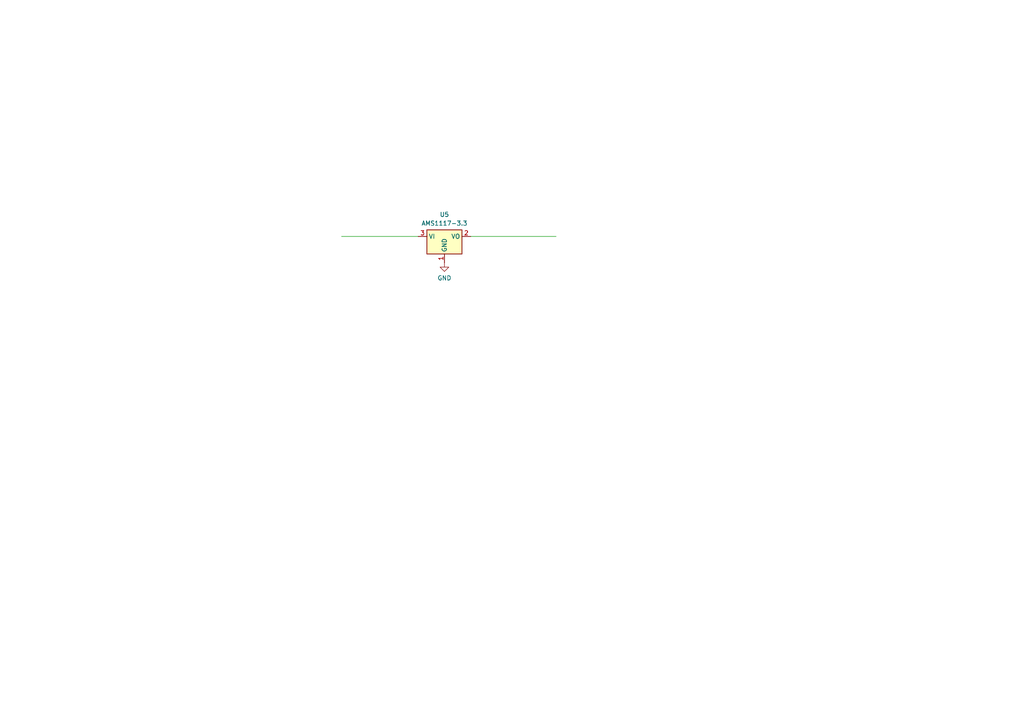
<source format=kicad_sch>
(kicad_sch (version 20230121) (generator eeschema)
  (paper "A4")
  (lib_symbols
    (symbol "Regulator_Linear:AMS1117-3.3"
      (property "Reference" "U" (at -3.81 3.175 0))
      (property "Value" "AMS1117-3.3" (at 0 3.175 0))
      (symbol "AMS1117-3.3_0_1"
        (rectangle (start -5.08 -5.08) (end 5.08 1.905) (stroke (width 0.254)) (fill (type background)))
      )
      (symbol "AMS1117-3.3_1_1"
        (pin power_in line (at 0 -7.62 90) (length 2.54) (name "GND") (number "1"))
        (pin power_out line (at 7.62 0 180) (length 2.54) (name "VO") (number "2"))
        (pin power_in line (at -7.62 0 0) (length 2.54) (name "VI") (number "3"))
      )
    )
    (symbol "power:GND" (power) (pin_names (offset 0))
      (property "Value" "GND" (at 0 -3.81 0))
      (symbol "GND_0_1"
        (polyline (pts (xy 0 0) (xy 0 -1.27) (xy 1.27 -1.27) (xy 0 -2.54) (xy -1.27 -1.27) (xy 0 -1.27)))
      )
      (symbol "GND_1_1"
        (pin power_in line (at 0 0 270) (length 0) hide (name "GND") (number "1"))
      )
    )
  )
  (wire (pts (xy 161.29 68.58) (xy 136.525 68.58)))
  (wire (pts (xy 99.06 68.58) (xy 121.285 68.58)))
  (symbol (lib_id "Regulator_Linear:AMS1117-3.3") (at 128.905 68.58 0) (unit 1)
    (property "Reference" "U5" (at 128.905 62.23 0))
    (property "Value" "AMS1117-3.3" (at 128.905 64.77 0))
    (property "Footprint" "Package_TO_SOT_SMD:SOT-223-3_TabPin2" (effects hide))
    (property "Datasheet" "http://www.advanced-monolithic.com/pdf/ds1117.pdf" (effects hide))
    (instances (project "isouart4" (path "" (reference "U5") (unit 1)) (path "" (reference "U3") (unit 1)) (path "" (reference "U3") (unit 1))))
  )
  (symbol (lib_id "power:GND") (at 128.905 76.2 0) (unit 1)
    (property "Reference" "#PWR04" (effects hide))
    (property "Value" "GND" (at 128.905 80.645 0))
    (instances (project "isouart4" (path "" (reference "#PWR04") (unit 1)) (path "" (reference "#PWR02") (unit 1)) (path "" (reference "#PWR02") (unit 1))))
  )
)
</source>
